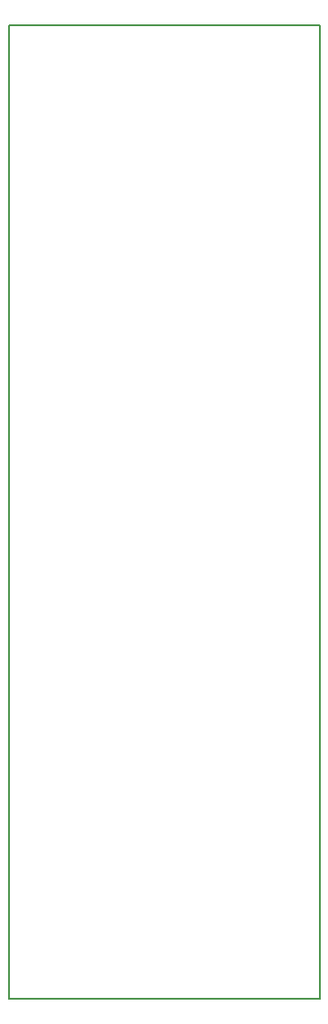
<source format=gbr>
G04 #@! TF.GenerationSoftware,KiCad,Pcbnew,(5.1.5)-3*
G04 #@! TF.CreationDate,2020-03-10T17:09:28+00:00*
G04 #@! TF.ProjectId,PC-SPRINT,50432d53-5052-4494-9e54-2e6b69636164,rev?*
G04 #@! TF.SameCoordinates,Original*
G04 #@! TF.FileFunction,Profile,NP*
%FSLAX46Y46*%
G04 Gerber Fmt 4.6, Leading zero omitted, Abs format (unit mm)*
G04 Created by KiCad (PCBNEW (5.1.5)-3) date 2020-03-10 17:09:28*
%MOMM*%
%LPD*%
G04 APERTURE LIST*
%ADD10C,0.150000*%
G04 APERTURE END LIST*
D10*
X130810000Y-144780000D02*
X160020000Y-144780000D01*
X130810000Y-53340000D02*
X132080000Y-53340000D01*
X130810000Y-144780000D02*
X130810000Y-53340000D01*
X160020000Y-53340000D02*
X160020000Y-144780000D01*
X132080000Y-53340000D02*
X160020000Y-53340000D01*
M02*

</source>
